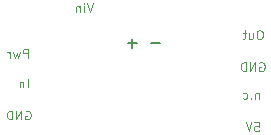
<source format=gbo>
G04 #@! TF.GenerationSoftware,KiCad,Pcbnew,6.0.0-rc1-unknown-6d2dfbb~65~ubuntu18.04.1*
G04 #@! TF.CreationDate,2018-07-21T00:59:14-07:00*
G04 #@! TF.ProjectId,ZProbe,5A50726F62652E6B696361645F706362,rev?*
G04 #@! TF.SameCoordinates,Original*
G04 #@! TF.FileFunction,Legend,Bot*
G04 #@! TF.FilePolarity,Positive*
%FSLAX46Y46*%
G04 Gerber Fmt 4.6, Leading zero omitted, Abs format (unit mm)*
G04 Created by KiCad (PCBNEW 6.0.0-rc1-unknown-6d2dfbb~65~ubuntu18.04.1) date Sat Jul 21 00:59:14 2018*
%MOMM*%
%LPD*%
G01*
G04 APERTURE LIST*
%ADD10C,0.100000*%
%ADD11C,0.150000*%
G04 APERTURE END LIST*
D10*
X93142857Y-47264285D02*
X92892857Y-48014285D01*
X92642857Y-47264285D01*
X92392857Y-48014285D02*
X92392857Y-47514285D01*
X92392857Y-47264285D02*
X92428571Y-47300000D01*
X92392857Y-47335714D01*
X92357142Y-47300000D01*
X92392857Y-47264285D01*
X92392857Y-47335714D01*
X92035714Y-47514285D02*
X92035714Y-48014285D01*
X92035714Y-47585714D02*
X92000000Y-47550000D01*
X91928571Y-47514285D01*
X91821428Y-47514285D01*
X91750000Y-47550000D01*
X91714285Y-47621428D01*
X91714285Y-48014285D01*
D11*
X96094047Y-50628571D02*
X96855952Y-50628571D01*
X96475000Y-50247619D02*
X96475000Y-51009523D01*
X98094047Y-50628571D02*
X98855952Y-50628571D01*
D10*
X87446428Y-56375000D02*
X87517857Y-56339285D01*
X87625000Y-56339285D01*
X87732142Y-56375000D01*
X87803571Y-56446428D01*
X87839285Y-56517857D01*
X87875000Y-56660714D01*
X87875000Y-56767857D01*
X87839285Y-56910714D01*
X87803571Y-56982142D01*
X87732142Y-57053571D01*
X87625000Y-57089285D01*
X87553571Y-57089285D01*
X87446428Y-57053571D01*
X87410714Y-57017857D01*
X87410714Y-56767857D01*
X87553571Y-56767857D01*
X87089285Y-57089285D02*
X87089285Y-56339285D01*
X86660714Y-57089285D01*
X86660714Y-56339285D01*
X86303571Y-57089285D02*
X86303571Y-56339285D01*
X86125000Y-56339285D01*
X86017857Y-56375000D01*
X85946428Y-56446428D01*
X85910714Y-56517857D01*
X85875000Y-56660714D01*
X85875000Y-56767857D01*
X85910714Y-56910714D01*
X85946428Y-56982142D01*
X86017857Y-57053571D01*
X86125000Y-57089285D01*
X86303571Y-57089285D01*
X87614285Y-54389285D02*
X87614285Y-53639285D01*
X87257142Y-53889285D02*
X87257142Y-54389285D01*
X87257142Y-53960714D02*
X87221428Y-53925000D01*
X87150000Y-53889285D01*
X87042857Y-53889285D01*
X86971428Y-53925000D01*
X86935714Y-53996428D01*
X86935714Y-54389285D01*
X87646428Y-51864285D02*
X87646428Y-51114285D01*
X87360714Y-51114285D01*
X87289285Y-51150000D01*
X87253571Y-51185714D01*
X87217857Y-51257142D01*
X87217857Y-51364285D01*
X87253571Y-51435714D01*
X87289285Y-51471428D01*
X87360714Y-51507142D01*
X87646428Y-51507142D01*
X86967857Y-51364285D02*
X86825000Y-51864285D01*
X86682142Y-51507142D01*
X86539285Y-51864285D01*
X86396428Y-51364285D01*
X86110714Y-51864285D02*
X86110714Y-51364285D01*
X86110714Y-51507142D02*
X86075000Y-51435714D01*
X86039285Y-51400000D01*
X85967857Y-51364285D01*
X85896428Y-51364285D01*
X107325000Y-49539285D02*
X107182142Y-49539285D01*
X107110714Y-49575000D01*
X107039285Y-49646428D01*
X107003571Y-49789285D01*
X107003571Y-50039285D01*
X107039285Y-50182142D01*
X107110714Y-50253571D01*
X107182142Y-50289285D01*
X107325000Y-50289285D01*
X107396428Y-50253571D01*
X107467857Y-50182142D01*
X107503571Y-50039285D01*
X107503571Y-49789285D01*
X107467857Y-49646428D01*
X107396428Y-49575000D01*
X107325000Y-49539285D01*
X106360714Y-49789285D02*
X106360714Y-50289285D01*
X106682142Y-49789285D02*
X106682142Y-50182142D01*
X106646428Y-50253571D01*
X106575000Y-50289285D01*
X106467857Y-50289285D01*
X106396428Y-50253571D01*
X106360714Y-50217857D01*
X106110714Y-49789285D02*
X105825000Y-49789285D01*
X106003571Y-49539285D02*
X106003571Y-50182142D01*
X105967857Y-50253571D01*
X105896428Y-50289285D01*
X105825000Y-50289285D01*
X107246428Y-52275000D02*
X107317857Y-52239285D01*
X107425000Y-52239285D01*
X107532142Y-52275000D01*
X107603571Y-52346428D01*
X107639285Y-52417857D01*
X107675000Y-52560714D01*
X107675000Y-52667857D01*
X107639285Y-52810714D01*
X107603571Y-52882142D01*
X107532142Y-52953571D01*
X107425000Y-52989285D01*
X107353571Y-52989285D01*
X107246428Y-52953571D01*
X107210714Y-52917857D01*
X107210714Y-52667857D01*
X107353571Y-52667857D01*
X106889285Y-52989285D02*
X106889285Y-52239285D01*
X106460714Y-52989285D01*
X106460714Y-52239285D01*
X106103571Y-52989285D02*
X106103571Y-52239285D01*
X105925000Y-52239285D01*
X105817857Y-52275000D01*
X105746428Y-52346428D01*
X105710714Y-52417857D01*
X105675000Y-52560714D01*
X105675000Y-52667857D01*
X105710714Y-52810714D01*
X105746428Y-52882142D01*
X105817857Y-52953571D01*
X105925000Y-52989285D01*
X106103571Y-52989285D01*
X107210714Y-54839285D02*
X107210714Y-55339285D01*
X107210714Y-54910714D02*
X107175000Y-54875000D01*
X107103571Y-54839285D01*
X106996428Y-54839285D01*
X106925000Y-54875000D01*
X106889285Y-54946428D01*
X106889285Y-55339285D01*
X106532142Y-55267857D02*
X106496428Y-55303571D01*
X106532142Y-55339285D01*
X106567857Y-55303571D01*
X106532142Y-55267857D01*
X106532142Y-55339285D01*
X105853571Y-55303571D02*
X105925000Y-55339285D01*
X106067857Y-55339285D01*
X106139285Y-55303571D01*
X106175000Y-55267857D01*
X106210714Y-55196428D01*
X106210714Y-54982142D01*
X106175000Y-54910714D01*
X106139285Y-54875000D01*
X106067857Y-54839285D01*
X105925000Y-54839285D01*
X105853571Y-54875000D01*
X106817857Y-57339285D02*
X107175000Y-57339285D01*
X107210714Y-57696428D01*
X107175000Y-57660714D01*
X107103571Y-57625000D01*
X106925000Y-57625000D01*
X106853571Y-57660714D01*
X106817857Y-57696428D01*
X106782142Y-57767857D01*
X106782142Y-57946428D01*
X106817857Y-58017857D01*
X106853571Y-58053571D01*
X106925000Y-58089285D01*
X107103571Y-58089285D01*
X107175000Y-58053571D01*
X107210714Y-58017857D01*
X106567857Y-57339285D02*
X106317857Y-58089285D01*
X106067857Y-57339285D01*
M02*

</source>
